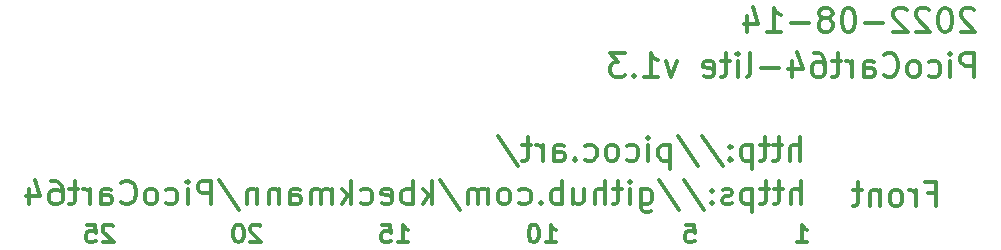
<source format=gbo>
G04 #@! TF.GenerationSoftware,KiCad,Pcbnew,(6.0.7)*
G04 #@! TF.CreationDate,2022-08-14T23:45:14+02:00*
G04 #@! TF.ProjectId,picocart64_v1_lite,7069636f-6361-4727-9436-345f76315f6c,rev?*
G04 #@! TF.SameCoordinates,Original*
G04 #@! TF.FileFunction,Legend,Bot*
G04 #@! TF.FilePolarity,Positive*
%FSLAX46Y46*%
G04 Gerber Fmt 4.6, Leading zero omitted, Abs format (unit mm)*
G04 Created by KiCad (PCBNEW (6.0.7)) date 2022-08-14 23:45:14*
%MOMM*%
%LPD*%
G01*
G04 APERTURE LIST*
%ADD10C,0.300000*%
G04 APERTURE END LIST*
D10*
X170142857Y-109678571D02*
X170857142Y-109678571D01*
X170928571Y-110392857D01*
X170857142Y-110321428D01*
X170714285Y-110250000D01*
X170357142Y-110250000D01*
X170214285Y-110321428D01*
X170142857Y-110392857D01*
X170071428Y-110535714D01*
X170071428Y-110892857D01*
X170142857Y-111035714D01*
X170214285Y-111107142D01*
X170357142Y-111178571D01*
X170714285Y-111178571D01*
X170857142Y-111107142D01*
X170928571Y-111035714D01*
X158285714Y-111178571D02*
X159142857Y-111178571D01*
X158714285Y-111178571D02*
X158714285Y-109678571D01*
X158857142Y-109892857D01*
X159000000Y-110035714D01*
X159142857Y-110107142D01*
X157357142Y-109678571D02*
X157214285Y-109678571D01*
X157071428Y-109750000D01*
X157000000Y-109821428D01*
X156928571Y-109964285D01*
X156857142Y-110250000D01*
X156857142Y-110607142D01*
X156928571Y-110892857D01*
X157000000Y-111035714D01*
X157071428Y-111107142D01*
X157214285Y-111178571D01*
X157357142Y-111178571D01*
X157500000Y-111107142D01*
X157571428Y-111035714D01*
X157642857Y-110892857D01*
X157714285Y-110607142D01*
X157714285Y-110250000D01*
X157642857Y-109964285D01*
X157571428Y-109821428D01*
X157500000Y-109750000D01*
X157357142Y-109678571D01*
X145785714Y-111178571D02*
X146642857Y-111178571D01*
X146214285Y-111178571D02*
X146214285Y-109678571D01*
X146357142Y-109892857D01*
X146500000Y-110035714D01*
X146642857Y-110107142D01*
X144428571Y-109678571D02*
X145142857Y-109678571D01*
X145214285Y-110392857D01*
X145142857Y-110321428D01*
X145000000Y-110250000D01*
X144642857Y-110250000D01*
X144500000Y-110321428D01*
X144428571Y-110392857D01*
X144357142Y-110535714D01*
X144357142Y-110892857D01*
X144428571Y-111035714D01*
X144500000Y-111107142D01*
X144642857Y-111178571D01*
X145000000Y-111178571D01*
X145142857Y-111107142D01*
X145214285Y-111035714D01*
X134142857Y-109821428D02*
X134071428Y-109750000D01*
X133928571Y-109678571D01*
X133571428Y-109678571D01*
X133428571Y-109750000D01*
X133357142Y-109821428D01*
X133285714Y-109964285D01*
X133285714Y-110107142D01*
X133357142Y-110321428D01*
X134214285Y-111178571D01*
X133285714Y-111178571D01*
X132357142Y-109678571D02*
X132214285Y-109678571D01*
X132071428Y-109750000D01*
X132000000Y-109821428D01*
X131928571Y-109964285D01*
X131857142Y-110250000D01*
X131857142Y-110607142D01*
X131928571Y-110892857D01*
X132000000Y-111035714D01*
X132071428Y-111107142D01*
X132214285Y-111178571D01*
X132357142Y-111178571D01*
X132500000Y-111107142D01*
X132571428Y-111035714D01*
X132642857Y-110892857D01*
X132714285Y-110607142D01*
X132714285Y-110250000D01*
X132642857Y-109964285D01*
X132571428Y-109821428D01*
X132500000Y-109750000D01*
X132357142Y-109678571D01*
X121642857Y-109821428D02*
X121571428Y-109750000D01*
X121428571Y-109678571D01*
X121071428Y-109678571D01*
X120928571Y-109750000D01*
X120857142Y-109821428D01*
X120785714Y-109964285D01*
X120785714Y-110107142D01*
X120857142Y-110321428D01*
X121714285Y-111178571D01*
X120785714Y-111178571D01*
X119428571Y-109678571D02*
X120142857Y-109678571D01*
X120214285Y-110392857D01*
X120142857Y-110321428D01*
X120000000Y-110250000D01*
X119642857Y-110250000D01*
X119500000Y-110321428D01*
X119428571Y-110392857D01*
X119357142Y-110535714D01*
X119357142Y-110892857D01*
X119428571Y-111035714D01*
X119500000Y-111107142D01*
X119642857Y-111178571D01*
X120000000Y-111178571D01*
X120142857Y-111107142D01*
X120214285Y-111035714D01*
X179571428Y-111178571D02*
X180428571Y-111178571D01*
X180000000Y-111178571D02*
X180000000Y-109678571D01*
X180142857Y-109892857D01*
X180285714Y-110035714D01*
X180428571Y-110107142D01*
X179847092Y-104274761D02*
X179847092Y-102274761D01*
X178989949Y-104274761D02*
X178989949Y-103227142D01*
X179085187Y-103036666D01*
X179275663Y-102941428D01*
X179561378Y-102941428D01*
X179751854Y-103036666D01*
X179847092Y-103131904D01*
X178323283Y-102941428D02*
X177561378Y-102941428D01*
X178037568Y-102274761D02*
X178037568Y-103989047D01*
X177942330Y-104179523D01*
X177751854Y-104274761D01*
X177561378Y-104274761D01*
X177180425Y-102941428D02*
X176418521Y-102941428D01*
X176894711Y-102274761D02*
X176894711Y-103989047D01*
X176799473Y-104179523D01*
X176608997Y-104274761D01*
X176418521Y-104274761D01*
X175751854Y-102941428D02*
X175751854Y-104941428D01*
X175751854Y-103036666D02*
X175561378Y-102941428D01*
X175180425Y-102941428D01*
X174989949Y-103036666D01*
X174894711Y-103131904D01*
X174799473Y-103322380D01*
X174799473Y-103893809D01*
X174894711Y-104084285D01*
X174989949Y-104179523D01*
X175180425Y-104274761D01*
X175561378Y-104274761D01*
X175751854Y-104179523D01*
X173942330Y-104084285D02*
X173847092Y-104179523D01*
X173942330Y-104274761D01*
X174037568Y-104179523D01*
X173942330Y-104084285D01*
X173942330Y-104274761D01*
X173942330Y-103036666D02*
X173847092Y-103131904D01*
X173942330Y-103227142D01*
X174037568Y-103131904D01*
X173942330Y-103036666D01*
X173942330Y-103227142D01*
X171561378Y-102179523D02*
X173275663Y-104750952D01*
X169466140Y-102179523D02*
X171180425Y-104750952D01*
X168799473Y-102941428D02*
X168799473Y-104941428D01*
X168799473Y-103036666D02*
X168608997Y-102941428D01*
X168228044Y-102941428D01*
X168037568Y-103036666D01*
X167942330Y-103131904D01*
X167847092Y-103322380D01*
X167847092Y-103893809D01*
X167942330Y-104084285D01*
X168037568Y-104179523D01*
X168228044Y-104274761D01*
X168608997Y-104274761D01*
X168799473Y-104179523D01*
X166989949Y-104274761D02*
X166989949Y-102941428D01*
X166989949Y-102274761D02*
X167085187Y-102370000D01*
X166989949Y-102465238D01*
X166894711Y-102370000D01*
X166989949Y-102274761D01*
X166989949Y-102465238D01*
X165180425Y-104179523D02*
X165370902Y-104274761D01*
X165751854Y-104274761D01*
X165942330Y-104179523D01*
X166037568Y-104084285D01*
X166132806Y-103893809D01*
X166132806Y-103322380D01*
X166037568Y-103131904D01*
X165942330Y-103036666D01*
X165751854Y-102941428D01*
X165370902Y-102941428D01*
X165180425Y-103036666D01*
X164037568Y-104274761D02*
X164228044Y-104179523D01*
X164323283Y-104084285D01*
X164418521Y-103893809D01*
X164418521Y-103322380D01*
X164323283Y-103131904D01*
X164228044Y-103036666D01*
X164037568Y-102941428D01*
X163751854Y-102941428D01*
X163561378Y-103036666D01*
X163466140Y-103131904D01*
X163370902Y-103322380D01*
X163370902Y-103893809D01*
X163466140Y-104084285D01*
X163561378Y-104179523D01*
X163751854Y-104274761D01*
X164037568Y-104274761D01*
X161656616Y-104179523D02*
X161847092Y-104274761D01*
X162228044Y-104274761D01*
X162418521Y-104179523D01*
X162513759Y-104084285D01*
X162608997Y-103893809D01*
X162608997Y-103322380D01*
X162513759Y-103131904D01*
X162418521Y-103036666D01*
X162228044Y-102941428D01*
X161847092Y-102941428D01*
X161656616Y-103036666D01*
X160799473Y-104084285D02*
X160704235Y-104179523D01*
X160799473Y-104274761D01*
X160894711Y-104179523D01*
X160799473Y-104084285D01*
X160799473Y-104274761D01*
X158989949Y-104274761D02*
X158989949Y-103227142D01*
X159085187Y-103036666D01*
X159275663Y-102941428D01*
X159656616Y-102941428D01*
X159847092Y-103036666D01*
X158989949Y-104179523D02*
X159180425Y-104274761D01*
X159656616Y-104274761D01*
X159847092Y-104179523D01*
X159942330Y-103989047D01*
X159942330Y-103798571D01*
X159847092Y-103608095D01*
X159656616Y-103512857D01*
X159180425Y-103512857D01*
X158989949Y-103417619D01*
X158037568Y-104274761D02*
X158037568Y-102941428D01*
X158037568Y-103322380D02*
X157942330Y-103131904D01*
X157847092Y-103036666D01*
X157656616Y-102941428D01*
X157466140Y-102941428D01*
X157085187Y-102941428D02*
X156323283Y-102941428D01*
X156799473Y-102274761D02*
X156799473Y-103989047D01*
X156704235Y-104179523D01*
X156513759Y-104274761D01*
X156323283Y-104274761D01*
X154228044Y-102179523D02*
X155942330Y-104750952D01*
X190674285Y-107045142D02*
X191340952Y-107045142D01*
X191340952Y-108092761D02*
X191340952Y-106092761D01*
X190388571Y-106092761D01*
X189626666Y-108092761D02*
X189626666Y-106759428D01*
X189626666Y-107140380D02*
X189531428Y-106949904D01*
X189436190Y-106854666D01*
X189245714Y-106759428D01*
X189055238Y-106759428D01*
X188102857Y-108092761D02*
X188293333Y-107997523D01*
X188388571Y-107902285D01*
X188483809Y-107711809D01*
X188483809Y-107140380D01*
X188388571Y-106949904D01*
X188293333Y-106854666D01*
X188102857Y-106759428D01*
X187817142Y-106759428D01*
X187626666Y-106854666D01*
X187531428Y-106949904D01*
X187436190Y-107140380D01*
X187436190Y-107711809D01*
X187531428Y-107902285D01*
X187626666Y-107997523D01*
X187817142Y-108092761D01*
X188102857Y-108092761D01*
X186579047Y-106759428D02*
X186579047Y-108092761D01*
X186579047Y-106949904D02*
X186483809Y-106854666D01*
X186293333Y-106759428D01*
X186007619Y-106759428D01*
X185817142Y-106854666D01*
X185721904Y-107045142D01*
X185721904Y-108092761D01*
X185055238Y-106759428D02*
X184293333Y-106759428D01*
X184769523Y-106092761D02*
X184769523Y-107807047D01*
X184674285Y-107997523D01*
X184483809Y-108092761D01*
X184293333Y-108092761D01*
X179883809Y-107969761D02*
X179883809Y-105969761D01*
X179026666Y-107969761D02*
X179026666Y-106922142D01*
X179121904Y-106731666D01*
X179312380Y-106636428D01*
X179598095Y-106636428D01*
X179788571Y-106731666D01*
X179883809Y-106826904D01*
X178360000Y-106636428D02*
X177598095Y-106636428D01*
X178074285Y-105969761D02*
X178074285Y-107684047D01*
X177979047Y-107874523D01*
X177788571Y-107969761D01*
X177598095Y-107969761D01*
X177217142Y-106636428D02*
X176455238Y-106636428D01*
X176931428Y-105969761D02*
X176931428Y-107684047D01*
X176836190Y-107874523D01*
X176645714Y-107969761D01*
X176455238Y-107969761D01*
X175788571Y-106636428D02*
X175788571Y-108636428D01*
X175788571Y-106731666D02*
X175598095Y-106636428D01*
X175217142Y-106636428D01*
X175026666Y-106731666D01*
X174931428Y-106826904D01*
X174836190Y-107017380D01*
X174836190Y-107588809D01*
X174931428Y-107779285D01*
X175026666Y-107874523D01*
X175217142Y-107969761D01*
X175598095Y-107969761D01*
X175788571Y-107874523D01*
X174074285Y-107874523D02*
X173883809Y-107969761D01*
X173502857Y-107969761D01*
X173312380Y-107874523D01*
X173217142Y-107684047D01*
X173217142Y-107588809D01*
X173312380Y-107398333D01*
X173502857Y-107303095D01*
X173788571Y-107303095D01*
X173979047Y-107207857D01*
X174074285Y-107017380D01*
X174074285Y-106922142D01*
X173979047Y-106731666D01*
X173788571Y-106636428D01*
X173502857Y-106636428D01*
X173312380Y-106731666D01*
X172360000Y-107779285D02*
X172264761Y-107874523D01*
X172360000Y-107969761D01*
X172455238Y-107874523D01*
X172360000Y-107779285D01*
X172360000Y-107969761D01*
X172360000Y-106731666D02*
X172264761Y-106826904D01*
X172360000Y-106922142D01*
X172455238Y-106826904D01*
X172360000Y-106731666D01*
X172360000Y-106922142D01*
X169979047Y-105874523D02*
X171693333Y-108445952D01*
X167883809Y-105874523D02*
X169598095Y-108445952D01*
X166360000Y-106636428D02*
X166360000Y-108255476D01*
X166455238Y-108445952D01*
X166550476Y-108541190D01*
X166740952Y-108636428D01*
X167026666Y-108636428D01*
X167217142Y-108541190D01*
X166360000Y-107874523D02*
X166550476Y-107969761D01*
X166931428Y-107969761D01*
X167121904Y-107874523D01*
X167217142Y-107779285D01*
X167312380Y-107588809D01*
X167312380Y-107017380D01*
X167217142Y-106826904D01*
X167121904Y-106731666D01*
X166931428Y-106636428D01*
X166550476Y-106636428D01*
X166360000Y-106731666D01*
X165407619Y-107969761D02*
X165407619Y-106636428D01*
X165407619Y-105969761D02*
X165502857Y-106065000D01*
X165407619Y-106160238D01*
X165312380Y-106065000D01*
X165407619Y-105969761D01*
X165407619Y-106160238D01*
X164740952Y-106636428D02*
X163979047Y-106636428D01*
X164455238Y-105969761D02*
X164455238Y-107684047D01*
X164360000Y-107874523D01*
X164169523Y-107969761D01*
X163979047Y-107969761D01*
X163312380Y-107969761D02*
X163312380Y-105969761D01*
X162455238Y-107969761D02*
X162455238Y-106922142D01*
X162550476Y-106731666D01*
X162740952Y-106636428D01*
X163026666Y-106636428D01*
X163217142Y-106731666D01*
X163312380Y-106826904D01*
X160645714Y-106636428D02*
X160645714Y-107969761D01*
X161502857Y-106636428D02*
X161502857Y-107684047D01*
X161407619Y-107874523D01*
X161217142Y-107969761D01*
X160931428Y-107969761D01*
X160740952Y-107874523D01*
X160645714Y-107779285D01*
X159693333Y-107969761D02*
X159693333Y-105969761D01*
X159693333Y-106731666D02*
X159502857Y-106636428D01*
X159121904Y-106636428D01*
X158931428Y-106731666D01*
X158836190Y-106826904D01*
X158740952Y-107017380D01*
X158740952Y-107588809D01*
X158836190Y-107779285D01*
X158931428Y-107874523D01*
X159121904Y-107969761D01*
X159502857Y-107969761D01*
X159693333Y-107874523D01*
X157883809Y-107779285D02*
X157788571Y-107874523D01*
X157883809Y-107969761D01*
X157979047Y-107874523D01*
X157883809Y-107779285D01*
X157883809Y-107969761D01*
X156074285Y-107874523D02*
X156264761Y-107969761D01*
X156645714Y-107969761D01*
X156836190Y-107874523D01*
X156931428Y-107779285D01*
X157026666Y-107588809D01*
X157026666Y-107017380D01*
X156931428Y-106826904D01*
X156836190Y-106731666D01*
X156645714Y-106636428D01*
X156264761Y-106636428D01*
X156074285Y-106731666D01*
X154931428Y-107969761D02*
X155121904Y-107874523D01*
X155217142Y-107779285D01*
X155312380Y-107588809D01*
X155312380Y-107017380D01*
X155217142Y-106826904D01*
X155121904Y-106731666D01*
X154931428Y-106636428D01*
X154645714Y-106636428D01*
X154455238Y-106731666D01*
X154360000Y-106826904D01*
X154264761Y-107017380D01*
X154264761Y-107588809D01*
X154360000Y-107779285D01*
X154455238Y-107874523D01*
X154645714Y-107969761D01*
X154931428Y-107969761D01*
X153407619Y-107969761D02*
X153407619Y-106636428D01*
X153407619Y-106826904D02*
X153312380Y-106731666D01*
X153121904Y-106636428D01*
X152836190Y-106636428D01*
X152645714Y-106731666D01*
X152550476Y-106922142D01*
X152550476Y-107969761D01*
X152550476Y-106922142D02*
X152455238Y-106731666D01*
X152264761Y-106636428D01*
X151979047Y-106636428D01*
X151788571Y-106731666D01*
X151693333Y-106922142D01*
X151693333Y-107969761D01*
X149312380Y-105874523D02*
X151026666Y-108445952D01*
X148645714Y-107969761D02*
X148645714Y-105969761D01*
X148455238Y-107207857D02*
X147883809Y-107969761D01*
X147883809Y-106636428D02*
X148645714Y-107398333D01*
X147026666Y-107969761D02*
X147026666Y-105969761D01*
X147026666Y-106731666D02*
X146836190Y-106636428D01*
X146455238Y-106636428D01*
X146264761Y-106731666D01*
X146169523Y-106826904D01*
X146074285Y-107017380D01*
X146074285Y-107588809D01*
X146169523Y-107779285D01*
X146264761Y-107874523D01*
X146455238Y-107969761D01*
X146836190Y-107969761D01*
X147026666Y-107874523D01*
X144455238Y-107874523D02*
X144645714Y-107969761D01*
X145026666Y-107969761D01*
X145217142Y-107874523D01*
X145312380Y-107684047D01*
X145312380Y-106922142D01*
X145217142Y-106731666D01*
X145026666Y-106636428D01*
X144645714Y-106636428D01*
X144455238Y-106731666D01*
X144360000Y-106922142D01*
X144360000Y-107112619D01*
X145312380Y-107303095D01*
X142645714Y-107874523D02*
X142836190Y-107969761D01*
X143217142Y-107969761D01*
X143407619Y-107874523D01*
X143502857Y-107779285D01*
X143598095Y-107588809D01*
X143598095Y-107017380D01*
X143502857Y-106826904D01*
X143407619Y-106731666D01*
X143217142Y-106636428D01*
X142836190Y-106636428D01*
X142645714Y-106731666D01*
X141788571Y-107969761D02*
X141788571Y-105969761D01*
X141598095Y-107207857D02*
X141026666Y-107969761D01*
X141026666Y-106636428D02*
X141788571Y-107398333D01*
X140169523Y-107969761D02*
X140169523Y-106636428D01*
X140169523Y-106826904D02*
X140074285Y-106731666D01*
X139883809Y-106636428D01*
X139598095Y-106636428D01*
X139407619Y-106731666D01*
X139312380Y-106922142D01*
X139312380Y-107969761D01*
X139312380Y-106922142D02*
X139217142Y-106731666D01*
X139026666Y-106636428D01*
X138740952Y-106636428D01*
X138550476Y-106731666D01*
X138455238Y-106922142D01*
X138455238Y-107969761D01*
X136645714Y-107969761D02*
X136645714Y-106922142D01*
X136740952Y-106731666D01*
X136931428Y-106636428D01*
X137312380Y-106636428D01*
X137502857Y-106731666D01*
X136645714Y-107874523D02*
X136836190Y-107969761D01*
X137312380Y-107969761D01*
X137502857Y-107874523D01*
X137598095Y-107684047D01*
X137598095Y-107493571D01*
X137502857Y-107303095D01*
X137312380Y-107207857D01*
X136836190Y-107207857D01*
X136645714Y-107112619D01*
X135693333Y-106636428D02*
X135693333Y-107969761D01*
X135693333Y-106826904D02*
X135598095Y-106731666D01*
X135407619Y-106636428D01*
X135121904Y-106636428D01*
X134931428Y-106731666D01*
X134836190Y-106922142D01*
X134836190Y-107969761D01*
X133883809Y-106636428D02*
X133883809Y-107969761D01*
X133883809Y-106826904D02*
X133788571Y-106731666D01*
X133598095Y-106636428D01*
X133312380Y-106636428D01*
X133121904Y-106731666D01*
X133026666Y-106922142D01*
X133026666Y-107969761D01*
X130645714Y-105874523D02*
X132360000Y-108445952D01*
X129979047Y-107969761D02*
X129979047Y-105969761D01*
X129217142Y-105969761D01*
X129026666Y-106065000D01*
X128931428Y-106160238D01*
X128836190Y-106350714D01*
X128836190Y-106636428D01*
X128931428Y-106826904D01*
X129026666Y-106922142D01*
X129217142Y-107017380D01*
X129979047Y-107017380D01*
X127979047Y-107969761D02*
X127979047Y-106636428D01*
X127979047Y-105969761D02*
X128074285Y-106065000D01*
X127979047Y-106160238D01*
X127883809Y-106065000D01*
X127979047Y-105969761D01*
X127979047Y-106160238D01*
X126169523Y-107874523D02*
X126360000Y-107969761D01*
X126740952Y-107969761D01*
X126931428Y-107874523D01*
X127026666Y-107779285D01*
X127121904Y-107588809D01*
X127121904Y-107017380D01*
X127026666Y-106826904D01*
X126931428Y-106731666D01*
X126740952Y-106636428D01*
X126360000Y-106636428D01*
X126169523Y-106731666D01*
X125026666Y-107969761D02*
X125217142Y-107874523D01*
X125312380Y-107779285D01*
X125407619Y-107588809D01*
X125407619Y-107017380D01*
X125312380Y-106826904D01*
X125217142Y-106731666D01*
X125026666Y-106636428D01*
X124740952Y-106636428D01*
X124550476Y-106731666D01*
X124455238Y-106826904D01*
X124360000Y-107017380D01*
X124360000Y-107588809D01*
X124455238Y-107779285D01*
X124550476Y-107874523D01*
X124740952Y-107969761D01*
X125026666Y-107969761D01*
X122360000Y-107779285D02*
X122455238Y-107874523D01*
X122740952Y-107969761D01*
X122931428Y-107969761D01*
X123217142Y-107874523D01*
X123407619Y-107684047D01*
X123502857Y-107493571D01*
X123598095Y-107112619D01*
X123598095Y-106826904D01*
X123502857Y-106445952D01*
X123407619Y-106255476D01*
X123217142Y-106065000D01*
X122931428Y-105969761D01*
X122740952Y-105969761D01*
X122455238Y-106065000D01*
X122360000Y-106160238D01*
X120645714Y-107969761D02*
X120645714Y-106922142D01*
X120740952Y-106731666D01*
X120931428Y-106636428D01*
X121312380Y-106636428D01*
X121502857Y-106731666D01*
X120645714Y-107874523D02*
X120836190Y-107969761D01*
X121312380Y-107969761D01*
X121502857Y-107874523D01*
X121598095Y-107684047D01*
X121598095Y-107493571D01*
X121502857Y-107303095D01*
X121312380Y-107207857D01*
X120836190Y-107207857D01*
X120645714Y-107112619D01*
X119693333Y-107969761D02*
X119693333Y-106636428D01*
X119693333Y-107017380D02*
X119598095Y-106826904D01*
X119502857Y-106731666D01*
X119312380Y-106636428D01*
X119121904Y-106636428D01*
X118740952Y-106636428D02*
X117979047Y-106636428D01*
X118455238Y-105969761D02*
X118455238Y-107684047D01*
X118360000Y-107874523D01*
X118169523Y-107969761D01*
X117979047Y-107969761D01*
X116455238Y-105969761D02*
X116836190Y-105969761D01*
X117026666Y-106065000D01*
X117121904Y-106160238D01*
X117312380Y-106445952D01*
X117407619Y-106826904D01*
X117407619Y-107588809D01*
X117312380Y-107779285D01*
X117217142Y-107874523D01*
X117026666Y-107969761D01*
X116645714Y-107969761D01*
X116455238Y-107874523D01*
X116360000Y-107779285D01*
X116264761Y-107588809D01*
X116264761Y-107112619D01*
X116360000Y-106922142D01*
X116455238Y-106826904D01*
X116645714Y-106731666D01*
X117026666Y-106731666D01*
X117217142Y-106826904D01*
X117312380Y-106922142D01*
X117407619Y-107112619D01*
X114550476Y-106636428D02*
X114550476Y-107969761D01*
X115026666Y-105874523D02*
X115502857Y-107303095D01*
X114264761Y-107303095D01*
X194584047Y-91555238D02*
X194488809Y-91460000D01*
X194298333Y-91364761D01*
X193822142Y-91364761D01*
X193631666Y-91460000D01*
X193536428Y-91555238D01*
X193441190Y-91745714D01*
X193441190Y-91936190D01*
X193536428Y-92221904D01*
X194679285Y-93364761D01*
X193441190Y-93364761D01*
X192203095Y-91364761D02*
X192012619Y-91364761D01*
X191822142Y-91460000D01*
X191726904Y-91555238D01*
X191631666Y-91745714D01*
X191536428Y-92126666D01*
X191536428Y-92602857D01*
X191631666Y-92983809D01*
X191726904Y-93174285D01*
X191822142Y-93269523D01*
X192012619Y-93364761D01*
X192203095Y-93364761D01*
X192393571Y-93269523D01*
X192488809Y-93174285D01*
X192584047Y-92983809D01*
X192679285Y-92602857D01*
X192679285Y-92126666D01*
X192584047Y-91745714D01*
X192488809Y-91555238D01*
X192393571Y-91460000D01*
X192203095Y-91364761D01*
X190774523Y-91555238D02*
X190679285Y-91460000D01*
X190488809Y-91364761D01*
X190012619Y-91364761D01*
X189822142Y-91460000D01*
X189726904Y-91555238D01*
X189631666Y-91745714D01*
X189631666Y-91936190D01*
X189726904Y-92221904D01*
X190869761Y-93364761D01*
X189631666Y-93364761D01*
X188869761Y-91555238D02*
X188774523Y-91460000D01*
X188584047Y-91364761D01*
X188107857Y-91364761D01*
X187917380Y-91460000D01*
X187822142Y-91555238D01*
X187726904Y-91745714D01*
X187726904Y-91936190D01*
X187822142Y-92221904D01*
X188965000Y-93364761D01*
X187726904Y-93364761D01*
X186869761Y-92602857D02*
X185345952Y-92602857D01*
X184012619Y-91364761D02*
X183822142Y-91364761D01*
X183631666Y-91460000D01*
X183536428Y-91555238D01*
X183441190Y-91745714D01*
X183345952Y-92126666D01*
X183345952Y-92602857D01*
X183441190Y-92983809D01*
X183536428Y-93174285D01*
X183631666Y-93269523D01*
X183822142Y-93364761D01*
X184012619Y-93364761D01*
X184203095Y-93269523D01*
X184298333Y-93174285D01*
X184393571Y-92983809D01*
X184488809Y-92602857D01*
X184488809Y-92126666D01*
X184393571Y-91745714D01*
X184298333Y-91555238D01*
X184203095Y-91460000D01*
X184012619Y-91364761D01*
X182203095Y-92221904D02*
X182393571Y-92126666D01*
X182488809Y-92031428D01*
X182584047Y-91840952D01*
X182584047Y-91745714D01*
X182488809Y-91555238D01*
X182393571Y-91460000D01*
X182203095Y-91364761D01*
X181822142Y-91364761D01*
X181631666Y-91460000D01*
X181536428Y-91555238D01*
X181441190Y-91745714D01*
X181441190Y-91840952D01*
X181536428Y-92031428D01*
X181631666Y-92126666D01*
X181822142Y-92221904D01*
X182203095Y-92221904D01*
X182393571Y-92317142D01*
X182488809Y-92412380D01*
X182584047Y-92602857D01*
X182584047Y-92983809D01*
X182488809Y-93174285D01*
X182393571Y-93269523D01*
X182203095Y-93364761D01*
X181822142Y-93364761D01*
X181631666Y-93269523D01*
X181536428Y-93174285D01*
X181441190Y-92983809D01*
X181441190Y-92602857D01*
X181536428Y-92412380D01*
X181631666Y-92317142D01*
X181822142Y-92221904D01*
X180584047Y-92602857D02*
X179060238Y-92602857D01*
X177060238Y-93364761D02*
X178203095Y-93364761D01*
X177631666Y-93364761D02*
X177631666Y-91364761D01*
X177822142Y-91650476D01*
X178012619Y-91840952D01*
X178203095Y-91936190D01*
X175345952Y-92031428D02*
X175345952Y-93364761D01*
X175822142Y-91269523D02*
X176298333Y-92698095D01*
X175060238Y-92698095D01*
X194543732Y-97174761D02*
X194543732Y-95174761D01*
X193781827Y-95174761D01*
X193591351Y-95270000D01*
X193496113Y-95365238D01*
X193400875Y-95555714D01*
X193400875Y-95841428D01*
X193496113Y-96031904D01*
X193591351Y-96127142D01*
X193781827Y-96222380D01*
X194543732Y-96222380D01*
X192543732Y-97174761D02*
X192543732Y-95841428D01*
X192543732Y-95174761D02*
X192638970Y-95270000D01*
X192543732Y-95365238D01*
X192448494Y-95270000D01*
X192543732Y-95174761D01*
X192543732Y-95365238D01*
X190734208Y-97079523D02*
X190924684Y-97174761D01*
X191305637Y-97174761D01*
X191496113Y-97079523D01*
X191591351Y-96984285D01*
X191686589Y-96793809D01*
X191686589Y-96222380D01*
X191591351Y-96031904D01*
X191496113Y-95936666D01*
X191305637Y-95841428D01*
X190924684Y-95841428D01*
X190734208Y-95936666D01*
X189591351Y-97174761D02*
X189781827Y-97079523D01*
X189877065Y-96984285D01*
X189972303Y-96793809D01*
X189972303Y-96222380D01*
X189877065Y-96031904D01*
X189781827Y-95936666D01*
X189591351Y-95841428D01*
X189305637Y-95841428D01*
X189115161Y-95936666D01*
X189019923Y-96031904D01*
X188924684Y-96222380D01*
X188924684Y-96793809D01*
X189019923Y-96984285D01*
X189115161Y-97079523D01*
X189305637Y-97174761D01*
X189591351Y-97174761D01*
X186924684Y-96984285D02*
X187019923Y-97079523D01*
X187305637Y-97174761D01*
X187496113Y-97174761D01*
X187781827Y-97079523D01*
X187972303Y-96889047D01*
X188067542Y-96698571D01*
X188162780Y-96317619D01*
X188162780Y-96031904D01*
X188067542Y-95650952D01*
X187972303Y-95460476D01*
X187781827Y-95270000D01*
X187496113Y-95174761D01*
X187305637Y-95174761D01*
X187019923Y-95270000D01*
X186924684Y-95365238D01*
X185210399Y-97174761D02*
X185210399Y-96127142D01*
X185305637Y-95936666D01*
X185496113Y-95841428D01*
X185877065Y-95841428D01*
X186067542Y-95936666D01*
X185210399Y-97079523D02*
X185400875Y-97174761D01*
X185877065Y-97174761D01*
X186067542Y-97079523D01*
X186162780Y-96889047D01*
X186162780Y-96698571D01*
X186067542Y-96508095D01*
X185877065Y-96412857D01*
X185400875Y-96412857D01*
X185210399Y-96317619D01*
X184258018Y-97174761D02*
X184258018Y-95841428D01*
X184258018Y-96222380D02*
X184162780Y-96031904D01*
X184067542Y-95936666D01*
X183877065Y-95841428D01*
X183686589Y-95841428D01*
X183305637Y-95841428D02*
X182543732Y-95841428D01*
X183019923Y-95174761D02*
X183019923Y-96889047D01*
X182924684Y-97079523D01*
X182734208Y-97174761D01*
X182543732Y-97174761D01*
X181019923Y-95174761D02*
X181400875Y-95174761D01*
X181591351Y-95270000D01*
X181686589Y-95365238D01*
X181877065Y-95650952D01*
X181972303Y-96031904D01*
X181972303Y-96793809D01*
X181877065Y-96984285D01*
X181781827Y-97079523D01*
X181591351Y-97174761D01*
X181210399Y-97174761D01*
X181019923Y-97079523D01*
X180924684Y-96984285D01*
X180829446Y-96793809D01*
X180829446Y-96317619D01*
X180924684Y-96127142D01*
X181019923Y-96031904D01*
X181210399Y-95936666D01*
X181591351Y-95936666D01*
X181781827Y-96031904D01*
X181877065Y-96127142D01*
X181972303Y-96317619D01*
X179115161Y-95841428D02*
X179115161Y-97174761D01*
X179591351Y-95079523D02*
X180067542Y-96508095D01*
X178829446Y-96508095D01*
X178067542Y-96412857D02*
X176543732Y-96412857D01*
X175305637Y-97174761D02*
X175496113Y-97079523D01*
X175591351Y-96889047D01*
X175591351Y-95174761D01*
X174543732Y-97174761D02*
X174543732Y-95841428D01*
X174543732Y-95174761D02*
X174638970Y-95270000D01*
X174543732Y-95365238D01*
X174448494Y-95270000D01*
X174543732Y-95174761D01*
X174543732Y-95365238D01*
X173877065Y-95841428D02*
X173115161Y-95841428D01*
X173591351Y-95174761D02*
X173591351Y-96889047D01*
X173496113Y-97079523D01*
X173305637Y-97174761D01*
X173115161Y-97174761D01*
X171686589Y-97079523D02*
X171877065Y-97174761D01*
X172258018Y-97174761D01*
X172448494Y-97079523D01*
X172543732Y-96889047D01*
X172543732Y-96127142D01*
X172448494Y-95936666D01*
X172258018Y-95841428D01*
X171877065Y-95841428D01*
X171686589Y-95936666D01*
X171591351Y-96127142D01*
X171591351Y-96317619D01*
X172543732Y-96508095D01*
X169400875Y-95841428D02*
X168924684Y-97174761D01*
X168448494Y-95841428D01*
X166638970Y-97174761D02*
X167781827Y-97174761D01*
X167210399Y-97174761D02*
X167210399Y-95174761D01*
X167400875Y-95460476D01*
X167591351Y-95650952D01*
X167781827Y-95746190D01*
X165781827Y-96984285D02*
X165686589Y-97079523D01*
X165781827Y-97174761D01*
X165877065Y-97079523D01*
X165781827Y-96984285D01*
X165781827Y-97174761D01*
X165019923Y-95174761D02*
X163781827Y-95174761D01*
X164448494Y-95936666D01*
X164162780Y-95936666D01*
X163972303Y-96031904D01*
X163877065Y-96127142D01*
X163781827Y-96317619D01*
X163781827Y-96793809D01*
X163877065Y-96984285D01*
X163972303Y-97079523D01*
X164162780Y-97174761D01*
X164734208Y-97174761D01*
X164924684Y-97079523D01*
X165019923Y-96984285D01*
M02*

</source>
